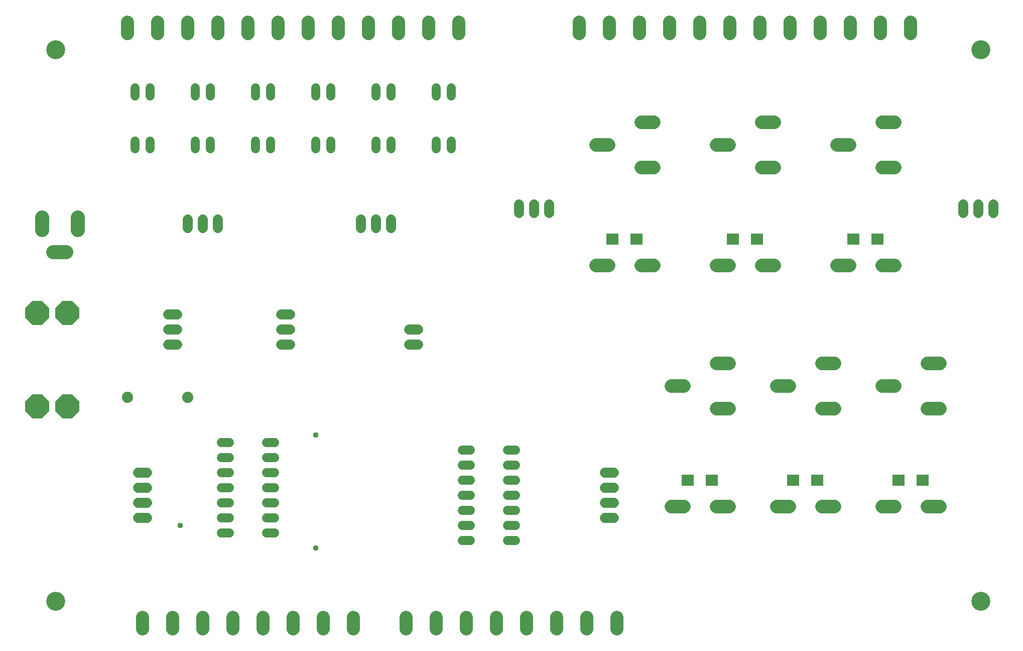
<source format=gbs>
G75*
%MOIN*%
%OFA0B0*%
%FSLAX25Y25*%
%IPPOS*%
%LPD*%
%AMOC8*
5,1,8,0,0,1.08239X$1,22.5*
%
%ADD10C,0.06000*%
%ADD11C,0.09400*%
%ADD12C,0.08600*%
%ADD13C,0.06737*%
%ADD14C,0.06800*%
%ADD15C,0.09050*%
%ADD16C,0.12611*%
%ADD17R,0.07887X0.07493*%
%ADD18OC8,0.15800*%
%ADD19C,0.07400*%
%ADD20C,0.03778*%
D10*
X0150920Y0084333D02*
X0156120Y0084333D01*
X0156120Y0094333D02*
X0150920Y0094333D01*
X0150920Y0104333D02*
X0156120Y0104333D01*
X0156120Y0114333D02*
X0150920Y0114333D01*
X0150920Y0124333D02*
X0156120Y0124333D01*
X0156120Y0134333D02*
X0150920Y0134333D01*
X0150920Y0144333D02*
X0156120Y0144333D01*
X0180920Y0144333D02*
X0186120Y0144333D01*
X0186120Y0134333D02*
X0180920Y0134333D01*
X0180920Y0124333D02*
X0186120Y0124333D01*
X0186120Y0114333D02*
X0180920Y0114333D01*
X0180920Y0104333D02*
X0186120Y0104333D01*
X0186120Y0094333D02*
X0180920Y0094333D01*
X0180920Y0084333D02*
X0186120Y0084333D01*
X0310920Y0079333D02*
X0316120Y0079333D01*
X0316120Y0089333D02*
X0310920Y0089333D01*
X0310920Y0099333D02*
X0316120Y0099333D01*
X0316120Y0109333D02*
X0310920Y0109333D01*
X0310920Y0119333D02*
X0316120Y0119333D01*
X0316120Y0129333D02*
X0310920Y0129333D01*
X0310920Y0139333D02*
X0316120Y0139333D01*
X0340920Y0139333D02*
X0346120Y0139333D01*
X0346120Y0129333D02*
X0340920Y0129333D01*
X0340920Y0119333D02*
X0346120Y0119333D01*
X0346120Y0109333D02*
X0340920Y0109333D01*
X0340920Y0099333D02*
X0346120Y0099333D01*
X0346120Y0089333D02*
X0340920Y0089333D01*
X0340920Y0079333D02*
X0346120Y0079333D01*
X0303520Y0339133D02*
X0303520Y0344333D01*
X0293520Y0344333D02*
X0293520Y0339133D01*
X0263520Y0339133D02*
X0263520Y0344333D01*
X0253520Y0344333D02*
X0253520Y0339133D01*
X0223520Y0339133D02*
X0223520Y0344333D01*
X0213520Y0344333D02*
X0213520Y0339133D01*
X0183520Y0339133D02*
X0183520Y0344333D01*
X0173520Y0344333D02*
X0173520Y0339133D01*
X0143520Y0339133D02*
X0143520Y0344333D01*
X0133520Y0344333D02*
X0133520Y0339133D01*
X0103520Y0339133D02*
X0103520Y0344333D01*
X0093520Y0344333D02*
X0093520Y0339133D01*
X0093520Y0374333D02*
X0093520Y0379533D01*
X0103520Y0379533D02*
X0103520Y0374333D01*
X0133520Y0374333D02*
X0133520Y0379533D01*
X0143520Y0379533D02*
X0143520Y0374333D01*
X0173520Y0374333D02*
X0173520Y0379533D01*
X0183520Y0379533D02*
X0183520Y0374333D01*
X0213520Y0374333D02*
X0213520Y0379533D01*
X0223520Y0379533D02*
X0223520Y0374333D01*
X0253520Y0374333D02*
X0253520Y0379533D01*
X0263520Y0379533D02*
X0263520Y0374333D01*
X0293520Y0374333D02*
X0293520Y0379533D01*
X0303520Y0379533D02*
X0303520Y0374333D01*
D11*
X0055331Y0293633D02*
X0055331Y0285033D01*
X0031709Y0285033D02*
X0031709Y0293633D01*
X0039220Y0270436D02*
X0047820Y0270436D01*
D12*
X0088620Y0415433D02*
X0088620Y0423233D01*
X0108420Y0423233D02*
X0108420Y0415433D01*
X0128620Y0415433D02*
X0128620Y0423233D01*
X0148420Y0423233D02*
X0148420Y0415433D01*
X0168620Y0415433D02*
X0168620Y0423233D01*
X0188420Y0423233D02*
X0188420Y0415433D01*
X0208620Y0415433D02*
X0208620Y0423233D01*
X0228420Y0423233D02*
X0228420Y0415433D01*
X0248620Y0415433D02*
X0248620Y0423233D01*
X0268420Y0423233D02*
X0268420Y0415433D01*
X0288620Y0415433D02*
X0288620Y0423233D01*
X0308420Y0423233D02*
X0308420Y0415433D01*
X0388620Y0415433D02*
X0388620Y0423233D01*
X0408420Y0423233D02*
X0408420Y0415433D01*
X0428620Y0415433D02*
X0428620Y0423233D01*
X0448420Y0423233D02*
X0448420Y0415433D01*
X0468620Y0415433D02*
X0468620Y0423233D01*
X0488420Y0423233D02*
X0488420Y0415433D01*
X0508620Y0415433D02*
X0508620Y0423233D01*
X0528420Y0423233D02*
X0528420Y0415433D01*
X0548620Y0415433D02*
X0548620Y0423233D01*
X0568420Y0423233D02*
X0568420Y0415433D01*
X0588620Y0415433D02*
X0588620Y0423233D01*
X0608420Y0423233D02*
X0608420Y0415433D01*
X0413420Y0028233D02*
X0413420Y0020433D01*
X0393620Y0020433D02*
X0393620Y0028233D01*
X0373420Y0028233D02*
X0373420Y0020433D01*
X0353620Y0020433D02*
X0353620Y0028233D01*
X0333420Y0028233D02*
X0333420Y0020433D01*
X0313620Y0020433D02*
X0313620Y0028233D01*
X0293420Y0028233D02*
X0293420Y0020433D01*
X0273620Y0020433D02*
X0273620Y0028233D01*
X0238420Y0028233D02*
X0238420Y0020433D01*
X0218620Y0020433D02*
X0218620Y0028233D01*
X0198420Y0028233D02*
X0198420Y0020433D01*
X0178620Y0020433D02*
X0178620Y0028233D01*
X0158420Y0028233D02*
X0158420Y0020433D01*
X0138620Y0020433D02*
X0138620Y0028233D01*
X0118420Y0028233D02*
X0118420Y0020433D01*
X0098620Y0020433D02*
X0098620Y0028233D01*
D13*
X0101488Y0094333D02*
X0095551Y0094333D01*
X0095551Y0104333D02*
X0101488Y0104333D01*
X0101488Y0114333D02*
X0095551Y0114333D01*
X0095551Y0124333D02*
X0101488Y0124333D01*
X0275551Y0209333D02*
X0281488Y0209333D01*
X0281488Y0219333D02*
X0275551Y0219333D01*
X0263520Y0286365D02*
X0263520Y0292302D01*
X0253520Y0292302D02*
X0253520Y0286365D01*
X0243520Y0286365D02*
X0243520Y0292302D01*
X0148520Y0292302D02*
X0148520Y0286365D01*
X0138520Y0286365D02*
X0138520Y0292302D01*
X0128520Y0292302D02*
X0128520Y0286365D01*
X0348520Y0296365D02*
X0348520Y0302302D01*
X0358520Y0302302D02*
X0358520Y0296365D01*
X0368520Y0296365D02*
X0368520Y0302302D01*
X0643520Y0302302D02*
X0643520Y0296365D01*
X0653520Y0296365D02*
X0653520Y0302302D01*
X0663520Y0302302D02*
X0663520Y0296365D01*
X0411488Y0124333D02*
X0405551Y0124333D01*
X0405551Y0114333D02*
X0411488Y0114333D01*
X0411488Y0104333D02*
X0405551Y0104333D01*
X0405551Y0094333D02*
X0411488Y0094333D01*
D14*
X0196520Y0209333D02*
X0190520Y0209333D01*
X0190520Y0219333D02*
X0196520Y0219333D01*
X0196520Y0229333D02*
X0190520Y0229333D01*
X0121520Y0229333D02*
X0115520Y0229333D01*
X0115520Y0219333D02*
X0121520Y0219333D01*
X0121520Y0209333D02*
X0115520Y0209333D01*
D15*
X0399395Y0261833D02*
X0407645Y0261833D01*
X0429395Y0261833D02*
X0437645Y0261833D01*
X0479395Y0261833D02*
X0487645Y0261833D01*
X0509395Y0261833D02*
X0517645Y0261833D01*
X0559395Y0261833D02*
X0567645Y0261833D01*
X0589395Y0261833D02*
X0597645Y0261833D01*
X0619395Y0196833D02*
X0627645Y0196833D01*
X0597645Y0181833D02*
X0589395Y0181833D01*
X0619395Y0166833D02*
X0627645Y0166833D01*
X0557645Y0166833D02*
X0549395Y0166833D01*
X0527645Y0181833D02*
X0519395Y0181833D01*
X0549395Y0196833D02*
X0557645Y0196833D01*
X0487645Y0196833D02*
X0479395Y0196833D01*
X0457645Y0181833D02*
X0449395Y0181833D01*
X0479395Y0166833D02*
X0487645Y0166833D01*
X0487645Y0101833D02*
X0479395Y0101833D01*
X0457645Y0101833D02*
X0449395Y0101833D01*
X0519395Y0101833D02*
X0527645Y0101833D01*
X0549395Y0101833D02*
X0557645Y0101833D01*
X0589395Y0101833D02*
X0597645Y0101833D01*
X0619395Y0101833D02*
X0627645Y0101833D01*
X0597645Y0326833D02*
X0589395Y0326833D01*
X0567645Y0341833D02*
X0559395Y0341833D01*
X0589395Y0356833D02*
X0597645Y0356833D01*
X0517645Y0356833D02*
X0509395Y0356833D01*
X0487645Y0341833D02*
X0479395Y0341833D01*
X0509395Y0326833D02*
X0517645Y0326833D01*
X0437645Y0326833D02*
X0429395Y0326833D01*
X0407645Y0341833D02*
X0399395Y0341833D01*
X0429395Y0356833D02*
X0437645Y0356833D01*
D16*
X0040921Y0038861D03*
X0655094Y0038861D03*
X0655094Y0405003D03*
X0040921Y0405003D03*
D17*
X0410449Y0279333D03*
X0426591Y0279333D03*
X0490449Y0279333D03*
X0506591Y0279333D03*
X0570449Y0279333D03*
X0586591Y0279333D03*
X0600449Y0119333D03*
X0616591Y0119333D03*
X0546591Y0119333D03*
X0530449Y0119333D03*
X0476591Y0119333D03*
X0460449Y0119333D03*
D18*
X0048520Y0168333D03*
X0028520Y0168333D03*
X0028520Y0230333D03*
X0048520Y0230333D03*
D19*
X0088520Y0174333D03*
X0128520Y0174333D03*
D20*
X0213520Y0149333D03*
X0123520Y0089333D03*
X0213520Y0074333D03*
M02*

</source>
